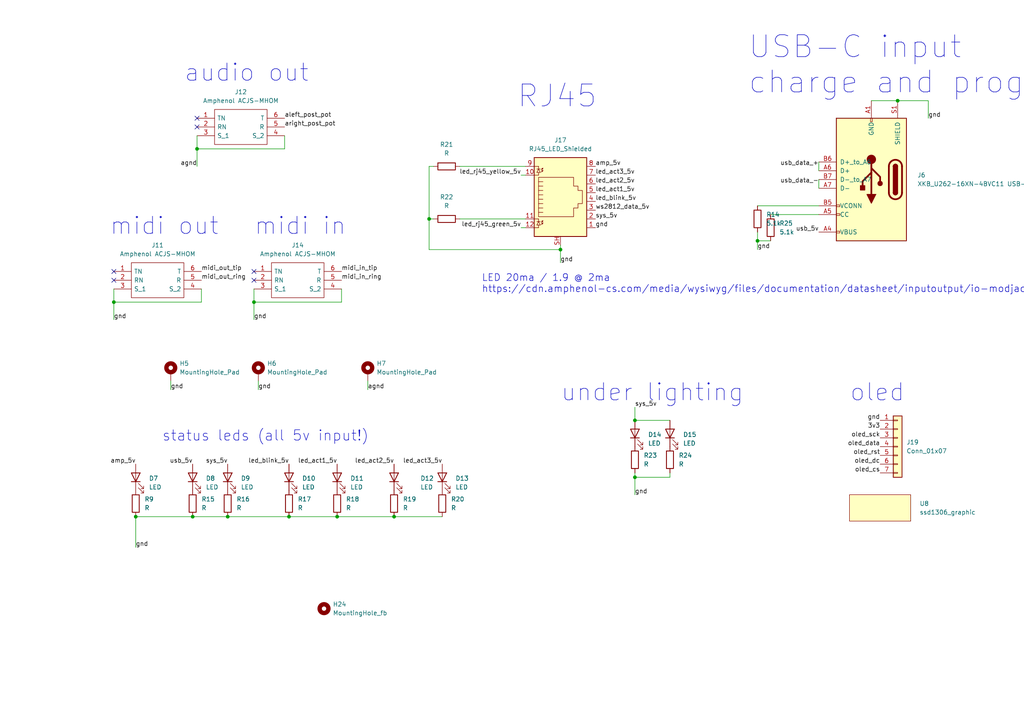
<source format=kicad_sch>
(kicad_sch (version 20211123) (generator eeschema)
  (paper "A4")
  (lib_symbols
    (symbol "Connector:RJ45_LED_Shielded" (pin_names (offset 1.016))
      (property "Reference" "J" (at -5.08 13.97 0))
      (property "Value" "RJ45_LED_Shielded" (at 1.27 13.97 0))
      (symbol "RJ45_LED_Shielded_0_1"
        (polyline (pts (xy -7.62 -7.62) (xy -6.35 -7.62)))
        (polyline (pts (xy -7.62 -5.08) (xy -6.35 -5.08)))
        (polyline (pts (xy -7.62 7.62) (xy -6.35 7.62)))
        (polyline (pts (xy -7.62 10.16) (xy -6.35 10.16)))
        (polyline (pts (xy -6.858 -5.842) (xy -5.842 -5.842)))
        (polyline (pts (xy -6.858 9.398) (xy -5.842 9.398)))
        (polyline (pts (xy -6.35 -7.62) (xy -6.35 -6.858)))
        (polyline (pts (xy -6.35 -5.08) (xy -6.35 -5.842)))
        (polyline (pts (xy -6.35 7.62) (xy -6.35 8.382)))
        (polyline (pts (xy -6.35 10.16) (xy -6.35 9.398)))
        (polyline (pts (xy -5.08 -6.223) (xy -5.207 -6.604)))
        (polyline (pts (xy -5.08 -5.588) (xy -5.207 -5.969)))
        (polyline (pts (xy -5.08 4.445) (xy -6.35 4.445)))
        (polyline (pts (xy -5.08 5.715) (xy -6.35 5.715)))
        (polyline (pts (xy -5.08 9.017) (xy -5.207 8.636)))
        (polyline (pts (xy -5.08 9.652) (xy -5.207 9.271)))
        (polyline (pts (xy -6.35 -3.175) (xy -5.08 -3.175) (xy -5.08 -3.175)))
        (polyline (pts (xy -6.35 -1.905) (xy -5.08 -1.905) (xy -5.08 -1.905)))
        (polyline (pts (xy -6.35 -0.635) (xy -5.08 -0.635) (xy -5.08 -0.635)))
        (polyline (pts (xy -6.35 0.635) (xy -5.08 0.635) (xy -5.08 0.635)))
        (polyline (pts (xy -6.35 1.905) (xy -5.08 1.905) (xy -5.08 1.905)))
        (polyline (pts (xy -5.588 -6.731) (xy -5.08 -6.223) (xy -5.461 -6.35)))
        (polyline (pts (xy -5.588 -6.096) (xy -5.08 -5.588) (xy -5.461 -5.715)))
        (polyline (pts (xy -5.588 8.509) (xy -5.08 9.017) (xy -5.461 8.89)))
        (polyline (pts (xy -5.588 9.144) (xy -5.08 9.652) (xy -5.461 9.525)))
        (polyline (pts (xy -5.08 3.175) (xy -6.35 3.175) (xy -6.35 3.175)))
        (polyline (pts (xy -6.35 -5.842) (xy -6.858 -6.858) (xy -5.842 -6.858) (xy -6.35 -5.842)))
        (polyline (pts (xy -6.35 9.398) (xy -6.858 8.382) (xy -5.842 8.382) (xy -6.35 9.398)))
        (polyline (pts (xy -6.35 -4.445) (xy -6.35 6.985) (xy 3.81 6.985) (xy 3.81 4.445) (xy 5.08 4.445) (xy 5.08 3.175) (xy 6.35 3.175) (xy 6.35 -0.635) (xy 5.08 -0.635) (xy 5.08 -1.905) (xy 3.81 -1.905) (xy 3.81 -4.445) (xy -6.35 -4.445) (xy -6.35 -4.445)))
        (rectangle (start 7.62 12.7) (end -7.62 -10.16) (stroke (width 0.254)) (fill (type background)))
      )
      (symbol "RJ45_LED_Shielded_1_1"
        (pin passive line (at 10.16 -7.62 180) (length 2.54) (name "~") (number "1"))
        (pin passive line (at -10.16 7.62 0) (length 2.54) (name "~") (number "10"))
        (pin passive line (at -10.16 -5.08 0) (length 2.54) (name "~") (number "11"))
        (pin passive line (at -10.16 -7.62 0) (length 2.54) (name "~") (number "12"))
        (pin passive line (at 10.16 -5.08 180) (length 2.54) (name "~") (number "2"))
        (pin passive line (at 10.16 -2.54 180) (length 2.54) (name "~") (number "3"))
        (pin passive line (at 10.16 0 180) (length 2.54) (name "~") (number "4"))
        (pin passive line (at 10.16 2.54 180) (length 2.54) (name "~") (number "5"))
        (pin passive line (at 10.16 5.08 180) (length 2.54) (name "~") (number "6"))
        (pin passive line (at 10.16 7.62 180) (length 2.54) (name "~") (number "7"))
        (pin passive line (at 10.16 10.16 180) (length 2.54) (name "~") (number "8"))
        (pin passive line (at -10.16 10.16 0) (length 2.54) (name "~") (number "9"))
        (pin passive line (at 0 -12.7 90) (length 2.54) (name "~") (number "SH"))
      )
    )
    (symbol "Connector:USB_A" (pin_names (offset 1.016))
      (property "Reference" "J" (at -5.08 11.43 0))
      (property "Value" "USB_A" (at -5.08 8.89 0))
      (symbol "USB_A_0_1"
        (rectangle (start -5.08 -7.62) (end 5.08 7.62) (stroke (width 0.254)) (fill (type background)))
        (circle (center -3.81 2.159) (radius 0.635) (stroke (width 0.254)) (fill (type outline)))
        (rectangle (start -1.524 4.826) (end -4.318 5.334) (fill (type outline)))
        (rectangle (start -1.27 4.572) (end -4.572 5.842))
        (circle (center -0.635 3.429) (radius 0.381) (stroke (width 0.254)) (fill (type outline)))
        (rectangle (start -0.127 -7.62) (end 0.127 -6.858))
        (polyline (pts (xy -3.175 2.159) (xy -2.54 2.159) (xy -1.27 3.429) (xy -0.635 3.429)) (stroke (width 0.254)))
        (polyline (pts (xy -2.54 2.159) (xy -1.905 2.159) (xy -1.27 0.889) (xy 0 0.889)) (stroke (width 0.254)))
        (polyline (pts (xy 0.635 2.794) (xy 0.635 1.524) (xy 1.905 2.159) (xy 0.635 2.794)) (stroke (width 0.254)) (fill (type outline)))
        (rectangle (start 0.254 1.27) (end -0.508 0.508) (stroke (width 0.254)) (fill (type outline)))
        (rectangle (start 5.08 -2.667) (end 4.318 -2.413))
        (rectangle (start 5.08 -0.127) (end 4.318 0.127))
        (rectangle (start 5.08 4.953) (end 4.318 5.207))
      )
      (symbol "USB_A_1_1"
        (polyline (pts (xy -1.905 2.159) (xy 0.635 2.159)) (stroke (width 0.254)))
        (pin power_in line (at 7.62 5.08 180) (length 2.54) (name "VBUS") (number "1"))
        (pin bidirectional line (at 7.62 -2.54 180) (length 2.54) (name "D-") (number "2"))
        (pin bidirectional line (at 7.62 0 180) (length 2.54) (name "D+") (number "3"))
        (pin power_in line (at 0 -10.16 90) (length 2.54) (name "GND") (number "4"))
        (pin passive line (at -2.54 -10.16 90) (length 2.54) (name "Shield") (number "5"))
      )
    )
    (symbol "Connector_Generic:Conn_01x02" (pin_names (offset 1.016) hide)
      (property "Reference" "J" (at 0 2.54 0))
      (property "Value" "Conn_01x02" (at 0 -5.08 0))
      (symbol "Conn_01x02_1_1"
        (rectangle (start -1.27 -2.413) (end 0 -2.667) (stroke (width 0.1524)))
        (rectangle (start -1.27 0.127) (end 0 -0.127) (stroke (width 0.1524)))
        (rectangle (start -1.27 1.27) (end 1.27 -3.81) (stroke (width 0.254)) (fill (type background)))
        (pin passive line (at -5.08 0 0) (length 3.81) (name "Pin_1") (number "1"))
        (pin passive line (at -5.08 -2.54 0) (length 3.81) (name "Pin_2") (number "2"))
      )
    )
    (symbol "Connector_Generic:Conn_01x03" (pin_names (offset 1.016) hide)
      (property "Reference" "J" (at 0 5.08 0))
      (property "Value" "Conn_01x03" (at 0 -5.08 0))
      (symbol "Conn_01x03_1_1"
        (rectangle (start -1.27 -2.413) (end 0 -2.667) (stroke (width 0.1524)))
        (rectangle (start -1.27 0.127) (end 0 -0.127) (stroke (width 0.1524)))
        (rectangle (start -1.27 2.667) (end 0 2.413) (stroke (width 0.1524)))
        (rectangle (start -1.27 3.81) (end 1.27 -3.81) (stroke (width 0.254)) (fill (type background)))
        (pin passive line (at -5.08 2.54 0) (length 3.81) (name "Pin_1") (number "1"))
        (pin passive line (at -5.08 0 0) (length 3.81) (name "Pin_2") (number "2"))
        (pin passive line (at -5.08 -2.54 0) (length 3.81) (name "Pin_3") (number "3"))
      )
    )
    (symbol "Connector_Generic:Conn_01x04" (pin_names (offset 1.016) hide)
      (property "Reference" "J" (at 0 5.08 0))
      (property "Value" "Conn_01x04" (at 0 -7.62 0))
      (symbol "Conn_01x04_1_1"
        (rectangle (start -1.27 -4.953) (end 0 -5.207) (stroke (width 0.1524)))
        (rectangle (start -1.27 -2.413) (end 0 -2.667) (stroke (width 0.1524)))
        (rectangle (start -1.27 0.127) (end 0 -0.127) (stroke (width 0.1524)))
        (rectangle (start -1.27 2.667) (end 0 2.413) (stroke (width 0.1524)))
        (rectangle (start -1.27 3.81) (end 1.27 -6.35) (stroke (width 0.254)) (fill (type background)))
        (pin passive line (at -5.08 2.54 0) (length 3.81) (name "Pin_1") (number "1"))
        (pin passive line (at -5.08 0 0) (length 3.81) (name "Pin_2") (number "2"))
        (pin passive line (at -5.08 -2.54 0) (length 3.81) (name "Pin_3") (number "3"))
        (pin passive line (at -5.08 -5.08 0) (length 3.81) (name "Pin_4") (number "4"))
      )
    )
    (symbol "Connector_Generic:Conn_01x06" (pin_names (offset 1.016) hide)
      (property "Reference" "J" (at 0 7.62 0))
      (property "Value" "Conn_01x06" (at 0 -10.16 0))
      (symbol "Conn_01x06_1_1"
        (rectangle (start -1.27 -7.493) (end 0 -7.747) (stroke (width 0.1524)))
        (rectangle (start -1.27 -4.953) (end 0 -5.207) (stroke (width 0.1524)))
        (rectangle (start -1.27 -2.413) (end 0 -2.667) (stroke (width 0.1524)))
        (rectangle (start -1.27 0.127) (end 0 -0.127) (stroke (width 0.1524)))
        (rectangle (start -1.27 2.667) (end 0 2.413) (stroke (width 0.1524)))
        (rectangle (start -1.27 5.207) (end 0 4.953) (stroke (width 0.1524)))
        (rectangle (start -1.27 6.35) (end 1.27 -8.89) (stroke (width 0.254)) (fill (type background)))
        (pin passive line (at -5.08 5.08 0) (length 3.81) (name "Pin_1") (number "1"))
        (pin passive line (at -5.08 2.54 0) (length 3.81) (name "Pin_2") (number "2"))
        (pin passive line (at -5.08 0 0) (length 3.81) (name "Pin_3") (number "3"))
        (pin passive line (at -5.08 -2.54 0) (length 3.81) (name "Pin_4") (number "4"))
        (pin passive line (at -5.08 -5.08 0) (length 3.81) (name "Pin_5") (number "5"))
        (pin passive line (at -5.08 -7.62 0) (length 3.81) (name "Pin_6") (number "6"))
      )
    )
    (symbol "Connector_Generic:Conn_01x07" (pin_names (offset 1.016) hide)
      (property "Reference" "J" (at 0 10.16 0))
      (property "Value" "Conn_01x07" (at 0 -10.16 0))
      (symbol "Conn_01x07_1_1"
        (rectangle (start -1.27 -7.493) (end 0 -7.747) (stroke (width 0.1524)))
        (rectangle (start -1.27 -4.953) (end 0 -5.207) (stroke (width 0.1524)))
        (rectangle (start -1.27 -2.413) (end 0 -2.667) (stroke (width 0.1524)))
        (rectangle (start -1.27 0.127) (end 0 -0.127) (stroke (width 0.1524)))
        (rectangle (start -1.27 2.667) (end 0 2.413) (stroke (width 0.1524)))
        (rectangle (start -1.27 5.207) (end 0 4.953) (stroke (width 0.1524)))
        (rectangle (start -1.27 7.747) (end 0 7.493) (stroke (width 0.1524)))
        (rectangle (start -1.27 8.89) (end 1.27 -8.89) (stroke (width 0.254)) (fill (type background)))
        (pin passive line (at -5.08 7.62 0) (length 3.81) (name "Pin_1") (number "1"))
        (pin passive line (at -5.08 5.08 0) (length 3.81) (name "Pin_2") (number "2"))
        (pin passive line (at -5.08 2.54 0) (length 3.81) (name "Pin_3") (number "3"))
        (pin passive line (at -5.08 0 0) (length 3.81) (name "Pin_4") (number "4"))
        (pin passive line (at -5.08 -2.54 0) (length 3.81) (name "Pin_5") (number "5"))
        (pin passive line (at -5.08 -5.08 0) (length 3.81) (name "Pin_6") (number "6"))
        (pin passive line (at -5.08 -7.62 0) (length 3.81) (name "Pin_7") (number "7"))
      )
    )
    (symbol "Connector_Generic:Conn_01x08" (pin_names (offset 1.016) hide)
      (property "Reference" "J" (at 0 10.16 0))
      (property "Value" "Conn_01x08" (at 0 -12.7 0))
      (symbol "Conn_01x08_1_1"
        (rectangle (start -1.27 -10.033) (end 0 -10.287) (stroke (width 0.1524)))
        (rectangle (start -1.27 -7.493) (end 0 -7.747) (stroke (width 0.1524)))
        (rectangle (start -1.27 -4.953) (end 0 -5.207) (stroke (width 0.1524)))
        (rectangle (start -1.27 -2.413) (end 0 -2.667) (stroke (width 0.1524)))
        (rectangle (start -1.27 0.127) (end 0 -0.127) (stroke (width 0.1524)))
        (rectangle (start -1.27 2.667) (end 0 2.413) (stroke (width 0.1524)))
        (rectangle (start -1.27 5.207) (end 0 4.953) (stroke (width 0.1524)))
        (rectangle (start -1.27 7.747) (end 0 7.493) (stroke (width 0.1524)))
        (rectangle (start -1.27 8.89) (end 1.27 -11.43) (stroke (width 0.254)) (fill (type background)))
        (pin passive line (at -5.08 7.62 0) (length 3.81) (name "Pin_1") (number "1"))
        (pin passive line (at -5.08 5.08 0) (length 3.81) (name "Pin_2") (number "2"))
        (pin passive line (at -5.08 2.54 0) (length 3.81) (name "Pin_3") (number "3"))
        (pin passive line (at -5.08 0 0) (length 3.81) (name "Pin_4") (number "4"))
        (pin passive line (at -5.08 -2.54 0) (length 3.81) (name "Pin_5") (number "5"))
        (pin passive line (at -5.08 -5.08 0) (length 3.81) (name "Pin_6") (number "6"))
        (pin passive line (at -5.08 -7.62 0) (length 3.81) (name "Pin_7") (number "7"))
        (pin passive line (at -5.08 -10.16 0) (length 3.81) (name "Pin_8") (number "8"))
      )
    )
    (symbol "Connector_Generic:Conn_01x09" (pin_names (offset 1.016) hide)
      (property "Reference" "J" (at 0 12.7 0))
      (property "Value" "Conn_01x09" (at 0 -12.7 0))
      (symbol "Conn_01x09_1_1"
        (rectangle (start -1.27 -10.033) (end 0 -10.287) (stroke (width 0.1524)))
        (rectangle (start -1.27 -7.493) (end 0 -7.747) (stroke (width 0.1524)))
        (rectangle (start -1.27 -4.953) (end 0 -5.207) (stroke (width 0.1524)))
        (rectangle (start -1.27 -2.413) (end 0 -2.667) (stroke (width 0.1524)))
        (rectangle (start -1.27 0.127) (end 0 -0.127) (stroke (width 0.1524)))
        (rectangle (start -1.27 2.667) (end 0 2.413) (stroke (width 0.1524)))
        (rectangle (start -1.27 5.207) (end 0 4.953) (stroke (width 0.1524)))
        (rectangle (start -1.27 7.747) (end 0 7.493) (stroke (width 0.1524)))
        (rectangle (start -1.27 10.287) (end 0 10.033) (stroke (width 0.1524)))
        (rectangle (start -1.27 11.43) (end 1.27 -11.43) (stroke (width 0.254)) (fill (type background)))
        (pin passive line (at -5.08 10.16 0) (length 3.81) (name "Pin_1") (number "1"))
        (pin passive line (at -5.08 7.62 0) (length 3.81) (name "Pin_2") (number "2"))
        (pin passive line (at -5.08 5.08 0) (length 3.81) (name "Pin_3") (number "3"))
        (pin passive line (at -5.08 2.54 0) (length 3.81) (name "Pin_4") (number "4"))
        (pin passive line (at -5.08 0 0) (length 3.81) (name "Pin_5") (number "5"))
        (pin passive line (at -5.08 -2.54 0) (length 3.81) (name "Pin_6") (number "6"))
        (pin passive line (at -5.08 -5.08 0) (length 3.81) (name "Pin_7") (number "7"))
        (pin passive line (at -5.08 -7.62 0) (length 3.81) (name "Pin_8") (number "8"))
        (pin passive line (at -5.08 -10.16 0) (length 3.81) (name "Pin_9") (number "9"))
      )
    )
    (symbol "Connector_Generic:Conn_01x12" (pin_names (offset 1.016) hide)
      (property "Reference" "J" (at 0 15.24 0))
      (property "Value" "Conn_01x12" (at 0 -17.78 0))
      (symbol "Conn_01x12_1_1"
        (rectangle (start -1.27 -15.113) (end 0 -15.367) (stroke (width 0.1524)))
        (rectangle (start -1.27 -12.573) (end 0 -12.827) (stroke (width 0.1524)))
        (rectangle (start -1.27 -10.033) (end 0 -10.287) (stroke (width 0.1524)))
        (rectangle (start -1.27 -7.493) (end 0 -7.747) (stroke (width 0.1524)))
        (rectangle (start -1.27 -4.953) (end 0 -5.207) (stroke (width 0.1524)))
        (rectangle (start -1.27 -2.413) (end 0 -2.667) (stroke (width 0.1524)))
        (rectangle (start -1.27 0.127) (end 0 -0.127) (stroke (width 0.1524)))
        (rectangle (start -1.27 2.667) (end 0 2.413) (stroke (width 0.1524)))
        (rectangle (start -1.27 5.207) (end 0 4.953) (stroke (width 0.1524)))
        (rectangle (start -1.27 7.747) (end 0 7.493) (stroke (width 0.1524)))
        (rectangle (start -1.27 10.287) (end 0 10.033) (stroke (width 0.1524)))
        (rectangle (start -1.27 12.827) (end 0 12.573) (stroke (width 0.1524)))
        (rectangle (start -1.27 13.97) (end 1.27 -16.51) (stroke (width 0.254)) (fill (type background)))
        (pin passive line (at -5.08 12.7 0) (length 3.81) (name "Pin_1") (number "1"))
        (pin passive line (at -5.08 -10.16 0) (length 3.81) (name "Pin_10") (number "10"))
        (pin passive line (at -5.08 -12.7 0) (length 3.81) (name "Pin_11") (number "11"))
        (pin passive line (at -5.08 -15.24 0) (length 3.81) (name "Pin_12") (number "12"))
        (pin passive line (at -5.08 10.16 0) (length 3.81) (name "Pin_2") (number "2"))
        (pin passive line (at -5.08 7.62 0) (length 3.81) (name "Pin_3") (number "3"))
        (pin passive line (at -5.08 5.08 0) (length 3.81) (name "Pin_4") (number "4"))
        (pin passive line (at -5.08 2.54 0) (length 3.81) (name "Pin_5") (number "5"))
        (pin passive line (at -5.08 0 0) (length 3.81) (name "Pin_6") (number "6"))
        (pin passive line (at -5.08 -2.54 0) (length 3.81) (name "Pin_7") (number "7"))
        (pin passive line (at -5.08 -5.08 0) (length 3.81) (name "Pin_8") (number "8"))
        (pin passive line (at -5.08 -7.62 0) (length 3.81) (name "Pin_9") (number "9"))
      )
    )
    (symbol "Device:C" (pin_numbers hide) (pin_names (offset 0.254))
      (property "Reference" "C" (at 0.635 2.54 0))
      (property "Value" "C" (at 0.635 -2.54 0))
      (symbol "C_0_1"
        (polyline (pts (xy -2.032 -0.762) (xy 2.032 -0.762)) (stroke (width 0.508)))
        (polyline (pts (xy -2.032 0.762) (xy 2.032 0.762)) (stroke (width 0.508)))
      )
      (symbol "C_1_1"
        (pin passive line (at 0 3.81 270) (length 2.794) (name "~") (number "1"))
        (pin passive line (at 0 -3.81 90) (length 2.794) (name "~") (number "2"))
      )
    )
    (symbol "Device:LED" (pin_numbers hide) (pin_names (offset 1.016) hide)
      (property "Reference" "D" (at 0 2.54 0))
      (property "Value" "LED" (at 0 -2.54 0))
      (symbol "LED_0_1"
        (polyline (pts (xy -1.27 -1.27) (xy -1.27 1.27)) (stroke (width 0.254)))
        (polyline (pts (xy -1.27 0) (xy 1.27 0)))
        (polyline (pts (xy 1.27 -1.27) (xy 1.27 1.27) (xy -1.27 0) (xy 1.27 -1.27)) (stroke (width 0.254)))
        (polyline (pts (xy -3.048 -0.762) (xy -4.572 -2.286) (xy -3.81 -2.286) (xy -4.572 -2.286) (xy -4.572 -1.524)))
        (polyline (pts (xy -1.778 -0.762) (xy -3.302 -2.286) (xy -2.54 -2.286) (xy -3.302 -2.286) (xy -3.302 -1.524)))
      )
      (symbol "LED_1_1"
        (pin passive line (at -3.81 0 0) (length 2.54) (name "K") (number "1"))
        (pin passive line (at 3.81 0 180) (length 2.54) (name "A") (number "2"))
      )
    )
    (symbol "Device:NetTie_2" (pin_numbers hide) (pin_names (offset 0) hide)
      (property "Reference" "NT" (at 0 1.27 0))
      (property "Value" "NetTie_2" (at 0 -1.27 0))
      (symbol "NetTie_2_0_1"
        (polyline (pts (xy -1.27 0) (xy 1.27 0)) (stroke (width 0.254)))
      )
      (symbol "NetTie_2_1_1"
        (pin passive line (at -2.54 0 0) (length 2.54) (name "1") (number "1"))
        (pin passive line (at 2.54 0 180) (length 2.54) (name "2") (number "2"))
      )
    )
    (symbol "Device:R" (pin_numbers hide) (pin_names (offset 0))
      (property "Reference" "R" (at 2.032 0 90))
      (property "Value" "R" (at 0 0 90))
      (symbol "R_0_1"
        (rectangle (start -1.016 -2.54) (end 1.016 2.54) (stroke (width 0.254)))
      )
      (symbol "R_1_1"
        (pin passive line (at 0 3.81 270) (length 1.27) (name "~") (number "1"))
        (pin passive line (at 0 -3.81 90) (length 1.27) (name "~") (number "2"))
      )
    )
    (symbol "Mechanical:MountingHole" (pin_names (offset 1.016))
      (property "Reference" "H" (at 0 5.08 0))
      (property "Value" "MountingHole" (at 0 3.175 0))
      (symbol "MountingHole_0_1"
        (circle (center 0 0) (radius 1.27) (stroke (width 1.27)))
      )
    )
    (symbol "Mechanical:MountingHole_Pad" (pin_numbers hide) (pin_names (offset 1.016) hide)
      (property "Reference" "H" (at 0 6.35 0))
      (property "Value" "MountingHole_Pad" (at 0 4.445 0))
      (symbol "MountingHole_Pad_0_1"
        (circle (center 0 1.27) (radius 1.27) (stroke (width 1.27)))
      )
      (symbol "MountingHole_Pad_1_1"
        (pin input line (at 0 -2.54 90) (length 2.54) (name "1") (number "1"))
      )
    )
    (symbol "clarinoid2:Amphenol ACJS-MHOM" (pin_names (offset 0.762))
      (property "Reference" "J" (at 21.59 7.62 0))
      (property "Value" "Amphenol ACJS-MHOM" (at 21.59 5.08 0))
      (symbol "Amphenol ACJS-MHOM_0_0"
        (pin passive line (at 0 0 0) (length 5.08) (name "TN") (number "1"))
        (pin passive line (at 0 -2.54 0) (length 5.08) (name "RN") (number "2"))
        (pin passive line (at 0 -5.08 0) (length 5.08) (name "S_1") (number "3"))
        (pin passive line (at 25.4 -5.08 180) (length 5.08) (name "S_2") (number "4"))
        (pin passive line (at 25.4 -2.54 180) (length 5.08) (name "R") (number "5"))
        (pin passive line (at 25.4 0 180) (length 5.08) (name "T") (number "6"))
      )
      (symbol "Amphenol ACJS-MHOM_0_1"
        (polyline (pts (xy 5.08 2.54) (xy 20.32 2.54) (xy 20.32 -7.62) (xy 5.08 -7.62) (xy 5.08 2.54)) (stroke (width 0.1524)))
      )
    )
    (symbol "clarinoid2:Placeholder" (in_bom no)
      (property "Reference" "U" (at 0 0 0))
      (property "Value" "Placeholder" (at 0 -1.27 0))
      (symbol "Placeholder_0_1"
        (rectangle (start -8.89 2.54) (end 8.89 -5.08) (fill (type background)))
      )
    )
    (symbol "clarinoid2:USB_C_Plug_USB2.0" (pin_names (offset 1.016))
      (property "Reference" "P" (at -10.16 19.05 0))
      (property "Value" "USB_C_Plug_USB2.0" (at 12.7 19.05 0))
      (symbol "USB_C_Plug_USB2.0_0_0"
        (rectangle (start -0.254 -17.78) (end 0.254 -16.764))
        (rectangle (start 10.16 7.874) (end 9.144 7.366))
        (rectangle (start 10.16 10.414) (end 9.144 9.906))
        (rectangle (start 10.16 15.494) (end 9.144 14.986))
      )
      (symbol "USB_C_Plug_USB2.0_0_1"
        (rectangle (start -10.16 17.78) (end 10.16 -17.78) (stroke (width 0.254)) (fill (type background)))
        (arc (start -8.89 -3.81) (mid -6.985 -5.715) (end -5.08 -3.81) (stroke (width 0.508)))
        (arc (start -7.62 -3.81) (mid -6.985 -4.445) (end -6.35 -3.81) (stroke (width 0.254)))
        (arc (start -7.62 -3.81) (mid -6.985 -4.445) (end -6.35 -3.81) (stroke (width 0.254)) (fill (type outline)))
        (rectangle (start -7.62 -3.81) (end -6.35 3.81) (stroke (width 0.254)) (fill (type outline)))
        (arc (start -6.35 3.81) (mid -6.985 4.445) (end -7.62 3.81) (stroke (width 0.254)))
        (arc (start -6.35 3.81) (mid -6.985 4.445) (end -7.62 3.81) (stroke (width 0.254)) (fill (type outline)))
        (arc (start -5.08 3.81) (mid -6.985 5.715) (end -8.89 3.81) (stroke (width 0.508)))
        (circle (center -2.54 1.143) (radius 0.635) (stroke (width 0.254)) (fill (type outline)))
        (circle (center 0 -5.842) (radius 1.27) (fill (type outline)))
        (polyline (pts (xy -8.89 -3.81) (xy -8.89 3.81)) (stroke (width 0.508)))
        (polyline (pts (xy -5.08 3.81) (xy -5.08 -3.81)) (stroke (width 0.508)))
        (polyline (pts (xy 0 -5.842) (xy 0 4.318)) (stroke (width 0.508)))
        (polyline (pts (xy 0 -3.302) (xy -2.54 -0.762) (xy -2.54 0.508)) (stroke (width 0.508)))
        (polyline (pts (xy 0 -2.032) (xy 2.54 0.508) (xy 2.54 1.778)) (stroke (width 0.508)))
        (polyline (pts (xy -1.27 4.318) (xy 0 6.858) (xy 1.27 4.318) (xy -1.27 4.318)) (stroke (width 0.254)) (fill (type outline)))
        (rectangle (start 1.905 1.778) (end 3.175 3.048) (stroke (width 0.254)) (fill (type outline)))
      )
      (symbol "USB_C_Plug_USB2.0_1_1"
        (pin passive line (at 0 -22.86 90) (length 5.08) (name "GND") (number "A1"))
        (pin passive line (at 0 -22.86 90) (length 5.08) hide (name "GND") (number "A12"))
        (pin power_out line (at 15.24 15.24 180) (length 5.08) (name "VBUS") (number "A4"))
        (pin bidirectional line (at 15.24 10.16 180) (length 5.08) (name "CC") (number "A5"))
        (pin bidirectional line (at 15.24 -2.54 180) (length 5.08) (name "D+") (number "A6"))
        (pin bidirectional line (at 15.24 2.54 180) (length 5.08) (name "D-") (number "A7"))
        (pin passive line (at 15.24 15.24 180) (length 5.08) hide (name "VBUS") (number "A9"))
        (pin passive line (at 0 -22.86 90) (length 5.08) hide (name "GND") (number "B1"))
        (pin passive line (at 0 -22.86 90) (length 5.08) hide (name "GND") (number "B12"))
        (pin passive line (at 15.24 15.24 180) (length 5.08) hide (name "VBUS") (number "B4"))
        (pin bidirectional line (at 15.24 7.62 180) (length 5.08) (name "VCONN") (number "B5"))
        (pin bidirectional line (at 15.24 -5.08 180) (length 5.08) (name "D+_to_A6") (number "B6"))
        (pin bidirectional line (at 15.24 0 180) (length 5.08) (name "D-_to_A7") (number "B7"))
        (pin passive line (at 15.24 15.24 180) (length 5.08) hide (name "VBUS") (number "B9"))
        (pin passive line (at -7.62 -22.86 90) (length 5.08) (name "SHIELD") (number "S1"))
      )
    )
  )
  (junction (at 420.37 116.84))
  (junction (at 124.46 63.5))
  (junction (at 162.56 72.39))
  (junction (at 83.82 149.86))
  (junction (at 33.02 87.63))
  (junction (at 434.975 116.84))
  (junction (at 97.79 149.86))
  (junction (at 463.55 124.46))
  (junction (at 434.975 124.46))
  (junction (at 55.88 149.86))
  (junction (at 463.55 116.84))
  (junction (at 345.44 63.5))
  (junction (at 448.31 124.46))
  (junction (at 184.15 138.43))
  (junction (at 476.25 116.84))
  (junction (at 219.71 69.85))
  (junction (at 114.3 149.86))
  (junction (at 448.31 116.84))
  (junction (at 260.35 29.21))
  (junction (at 73.66 87.63))
  (junction (at 66.04 149.86))
  (junction (at 57.15 43.18))
  (junction (at 39.37 149.86))
  (junction (at 184.15 121.92))
  (no_connect (at 73.66 78.74))
  (no_connect (at 73.66 81.28))
  (no_connect (at 33.02 81.28))
  (no_connect (at 33.02 78.74))
  (no_connect (at 57.15 36.83))
  (no_connect (at 57.15 34.29))
  (wire (pts (xy 33.02 83.82) (xy 33.02 87.63)))
  (wire (pts (xy 162.56 76.2) (xy 162.56 72.39)))
  (wire (pts (xy 114.3 149.86) (xy 128.27 149.86)))
  (wire (pts (xy 151.13 50.8) (xy 152.4 50.8)))
  (wire (pts (xy 124.46 48.26) (xy 125.73 48.26)))
  (wire (pts (xy 151.13 66.04) (xy 152.4 66.04)))
  (wire (pts (xy 82.55 43.18) (xy 57.15 43.18)))
  (wire (pts (xy 219.71 69.85) (xy 223.52 69.85)))
  (wire (pts (xy 184.15 143.51) (xy 184.15 138.43)))
  (wire (pts (xy 345.44 67.31) (xy 345.44 63.5)))
  (wire (pts (xy 237.49 52.07) (xy 237.49 54.61)))
  (wire (pts (xy 184.15 138.43) (xy 184.15 137.16)))
  (wire (pts (xy 133.35 63.5) (xy 152.4 63.5)))
  (wire (pts (xy 33.02 87.63) (xy 33.02 92.71)))
  (wire (pts (xy 97.79 149.86) (xy 114.3 149.86)))
  (wire (pts (xy 219.71 69.85) (xy 219.71 72.39)))
  (wire (pts (xy 184.15 121.92) (xy 194.31 121.92)))
  (wire (pts (xy 448.31 124.46) (xy 463.55 124.46)))
  (wire (pts (xy 463.55 116.84) (xy 448.31 116.84)))
  (wire (pts (xy 99.06 83.82) (xy 99.06 87.63)))
  (wire (pts (xy 58.42 83.82) (xy 58.42 87.63)))
  (wire (pts (xy 434.975 124.46) (xy 448.31 124.46)))
  (wire (pts (xy 57.15 48.26) (xy 57.15 43.18)))
  (wire (pts (xy 74.93 113.03) (xy 74.93 110.49)))
  (wire (pts (xy 124.46 72.39) (xy 162.56 72.39)))
  (wire (pts (xy 73.66 87.63) (xy 73.66 92.71)))
  (wire (pts (xy 260.35 29.21) (xy 269.24 29.21)))
  (wire (pts (xy 412.75 116.84) (xy 420.37 116.84)))
  (wire (pts (xy 73.66 83.82) (xy 73.66 87.63)))
  (wire (pts (xy 124.46 63.5) (xy 125.73 63.5)))
  (wire (pts (xy 57.15 43.18) (xy 57.15 39.37)))
  (wire (pts (xy 252.73 29.21) (xy 260.35 29.21)))
  (wire (pts (xy 194.31 137.16) (xy 194.31 138.43)))
  (wire (pts (xy 39.37 149.86) (xy 55.88 149.86)))
  (wire (pts (xy 476.25 116.84) (xy 463.55 116.84)))
  (wire (pts (xy 83.82 149.86) (xy 97.79 149.86)))
  (wire (pts (xy 219.71 67.31) (xy 219.71 69.85)))
  (wire (pts (xy 55.88 149.86) (xy 66.04 149.86)))
  (wire (pts (xy 124.46 63.5) (xy 124.46 72.39)))
  (wire (pts (xy 184.15 118.11) (xy 184.15 121.92)))
  (wire (pts (xy 194.31 138.43) (xy 184.15 138.43)))
  (wire (pts (xy 162.56 72.39) (xy 162.56 71.12)))
  (wire (pts (xy 39.37 158.75) (xy 39.37 149.86)))
  (wire (pts (xy 66.04 149.86) (xy 83.82 149.86)))
  (wire (pts (xy 219.71 59.69) (xy 237.49 59.69)))
  (wire (pts (xy 237.49 46.99) (xy 237.49 49.53)))
  (wire (pts (xy 82.55 39.37) (xy 82.55 43.18)))
  (wire (pts (xy 133.35 48.26) (xy 152.4 48.26)))
  (wire (pts (xy 448.31 116.84) (xy 434.975 116.84)))
  (wire (pts (xy 463.55 124.46) (xy 476.25 124.46)))
  (wire (pts (xy 487.68 116.84) (xy 476.25 116.84)))
  (wire (pts (xy 223.52 62.23) (xy 237.49 62.23)))
  (wire (pts (xy 49.53 113.03) (xy 49.53 110.49)))
  (wire (pts (xy 434.975 116.84) (xy 420.37 116.84)))
  (wire (pts (xy 269.24 29.21) (xy 269.24 34.29)))
  (wire (pts (xy 99.06 87.63) (xy 73.66 87.63)))
  (wire (pts (xy 420.37 124.46) (xy 434.975 124.46)))
  (wire (pts (xy 106.68 113.03) (xy 106.68 110.49)))
  (wire (pts (xy 124.46 48.26) (xy 124.46 63.5)))
  (wire (pts (xy 342.9 63.5) (xy 345.44 63.5)))
  (wire (pts (xy 58.42 87.63) (xy 33.02 87.63)))
  (text "audio out" (at 53.34 24.13 0) (effects (font (size 5 5)) (justify left bottom)))
  (text "USB-A host for\nkeyboard (internal)" (at 335.28 36.83 0) (effects (font (size 6.35 6.35)) (justify left bottom)))
  (text "led" (at 398.78 154.94 0) (effects (font (size 5 5)) (justify left bottom)))
  (text "MAIN BOTTOM\n\nadd test points" (at 5.08 -3.81 0) (effects (font (size 5 5) (thickness 1) bold) (justify left bottom)))
  (text "led+midi" (at -40.64 100.33 0) (effects (font (size 5 5)) (justify left bottom)))
  (text "audio" (at -33.02 186.69 0) (effects (font (size 5 5)) (justify left bottom)))
  (text "oled from top" (at -63.5 38.1 0) (effects (font (size 5 5)) (justify left bottom)))
  (text "status leds (all 5v input!)" (at 46.99 128.27 0) (effects (font (size 3 3)) (justify left bottom)))
  (text "to top" (at -48.26 25.4 0) (effects (font (size 5 5) (thickness 1) bold) (justify left bottom)))
  (text "to batt" (at 347.98 102.87 0) (effects (font (size 5 5)) (justify left bottom)))
  (text "pwr+usb" (at -49.53 67.31 0) (effects (font (size 5 5)) (justify left bottom)))
  (text "midi out" (at 31.75 68.58 0) (effects (font (size 5 5)) (justify left bottom)))
  (text "potentiometer header + power" (at 411.48 76.2 0) (effects (font (size 5 5)) (justify left bottom)))
  (text "midi in" (at 73.66 68.58 0) (effects (font (size 5 5)) (justify left bottom)))
  (text "wire" (at 330.2 149.86 0) (effects (font (size 5 5)) (justify left bottom)))
  (text "under lighting" (at 162.56 116.84 0) (effects (font (size 5 5)) (justify left bottom)))
  (text "oled" (at 246.38 116.84 0) (effects (font (size 5 5)) (justify left bottom)))
  (text "buttons" (at -39.37 143.51 0) (effects (font (size 5 5)) (justify left bottom)))
  (text "LED 20ma / 1.9 @ 2ma\nhttps://cdn.amphenol-cs.com/media/wysiwyg/files/documentation/datasheet/inputoutput/io-modjack-rjhse.pdf\n" (at 139.7 85.09 0) (effects (font (size 2 2)) (justify left bottom)))
  (text "RJ45" (at 149.86 31.75 0) (effects (font (size 6.35 6.35)) (justify left bottom)))
  (text "USB-C input\ncharge and program" (at 216.916 27.686 0) (effects (font (size 6.35 6.35)) (justify left bottom)))
  (label "midi_out_tip" (at -30.48 132.08 180))
  (label "btn_x5" (at 342.9 184.15 180))
  (label "midi_in_ring" (at 99.06 81.28 0))
  (label "gnd" (at 172.72 66.04 0))
  (label "usb_host_+" (at -34.29 90.17 180))
  (label "led_blink_5v" (at 400.05 187.96 180))
  (label "led_act1_5v" (at 172.72 55.88 0))
  (label "led_blink_5v" (at -30.48 106.68 180))
  (label "oled_data" (at 255.27 129.54 180))
  (label "ws2812_data_5v" (at -30.48 121.92 180))
  (label "pot_sw1" (at 433.07 106.68 180))
  (label "usb_5v" (at 55.88 134.62 180))
  (label "btn_x7" (at 316.23 161.29 180))
  (label "gnd" (at 73.66 92.71 0))
  (label "oled_dc" (at -35.56 53.34 180))
  (label "gnd" (at 316.23 158.75 180))
  (label "pot_sw2" (at 447.04 97.79 180))
  (label "3v3" (at -35.56 43.18 180))
  (label "btn_x1" (at 342.9 161.29 180))
  (label "3v3" (at -34.29 80.01 180))
  (label "usb_host_-" (at -34.29 92.71 180))
  (label "usb_5v" (at 401.32 170.18 180))
  (label "enc_a" (at 342.9 198.12 180))
  (label "gnd" (at 342.9 181.61 180))
  (label "gnd" (at -34.29 72.39 180))
  (label "usb_host_-" (at 353.06 55.88 0))
  (label "oled_sck" (at -35.56 45.72 180))
  (label "gnd" (at -29.21 147.32 180))
  (label "oled_sck" (at 255.27 127 180))
  (label "usb_data_-" (at 237.49 53.34 180))
  (label "gnd" (at 401.32 196.85 180))
  (label "prg" (at -34.29 74.93 180))
  (label "sys_5v" (at -34.29 77.47 180))
  (label "enc_btn" (at 342.9 195.58 180))
  (label "led_act2_5v" (at 114.3 134.62 180))
  (label "led_act2_5v" (at 172.72 53.34 0))
  (label "aright_post_pot" (at 82.55 36.83 0))
  (label "agnd" (at 106.68 113.03 0))
  (label "aleft_post_pot" (at 447.04 82.55 180))
  (label "sys_5v" (at 492.76 116.84 0))
  (label "led_act3_5v" (at -30.48 114.3 180))
  (label "amp_5v" (at 401.32 165.1 180))
  (label "gnd" (at 39.37 158.75 0))
  (label "led_rj45_yellow_5v" (at -30.48 116.84 180))
  (label "led_act3_5v" (at 172.72 50.8 0))
  (label "usb_data_-" (at -34.29 85.09 180))
  (label "agnd" (at -30.48 190.5 180))
  (label "led_rj45_green_5v" (at 151.13 66.04 180))
  (label "sys_5v" (at 353.06 48.26 0))
  (label "pot_sw2" (at 412.75 116.84 180))
  (label "3v3" (at 255.27 124.46 180))
  (label "btn_x4" (at -29.21 157.48 180))
  (label "usb_data_+" (at -34.29 82.55 180))
  (label "gnd" (at 49.53 113.03 0))
  (label "midi_out_tip" (at 58.42 78.74 0))
  (label "led_rj45_green_5v" (at -30.48 119.38 180))
  (label "led_blink_5v" (at 172.72 58.42 0))
  (label "gnd" (at 316.23 171.45 180))
  (label "btn_x2" (at -29.21 152.4 180))
  (label "gnd" (at 269.24 34.29 0))
  (label "btn_x8" (at 316.23 166.37 180))
  (label "chargeoutp_5v" (at 438.15 106.68 0))
  (label "usb_5v" (at 339.09 110.49 180))
  (label "btn_x8" (at -29.21 167.64 180))
  (label "gnd" (at 219.71 72.39 0))
  (label "midi_in_tip" (at -30.48 127 180))
  (label "usb_data_+" (at 237.49 48.26 180))
  (label "btn_x4" (at 342.9 177.8 180))
  (label "led_act2_5v" (at 401.32 199.39 180))
  (label "gnd" (at 184.15 143.51 0))
  (label "aright_pre_pot" (at 447.04 92.71 180))
  (label "agnd" (at 57.15 48.26 180))
  (label "gnd" (at 342.9 175.26 180))
  (label "btn_x3" (at -29.21 154.94 180))
  (label "sys_5v" (at 339.09 113.03 180))
  (label "chargeoutp_5v" (at 339.09 115.57 180))
  (label "gnd" (at 400.05 185.42 180))
  (label "btn_x3" (at 342.9 172.72 180))
  (label "aleft_pre_pot" (at 447.04 85.09 180))
  (label "oled_rst" (at -35.56 50.8 180))
  (label "gnd" (at 342.9 163.83 180))
  (label "gnd" (at 342.9 170.18 180))
  (label "sys_5v" (at 66.04 134.62 180))
  (label "aleft_pre_pot" (at -30.48 193.04 180))
  (label "enc_btn" (at -29.21 170.18 180))
  (label "gnd" (at 339.09 107.95 180))
  (label "oled_data" (at -35.56 48.26 180))
  (label "gnd" (at 342.9 193.04 180))
  (label "sys_5v" (at 184.15 118.11 0))
  (label "btn_x6" (at 342.9 189.23 180))
  (label "btn_x1" (at -29.21 149.86 180))
  (label "gnd" (at 74.93 113.03 0))
  (label "midi_out_ring" (at -30.48 129.54 180))
  (label "led_act1_5v" (at 401.32 194.31 180))
  (label "enc_b" (at 342.9 200.66 180))
  (label "led_act3_5v" (at 401.32 204.47 180))
  (label "gnd" (at 342.9 186.69 180))
  (label "gnd" (at 255.27 121.92 180))
  (label "oled_cs" (at -35.56 55.88 180))
  (label "btn_x6" (at -29.21 162.56 180))
  (label "oled_dc" (at 255.27 134.62 180))
  (label "gnd" (at 342.9 158.75 180))
  (label "sys_5v" (at 172.72 63.5 0))
  (label "gnd" (at 345.44 67.31 0))
  (label "enc_a" (at -29.21 172.72 180))
  (label "ws2812_data_5v" (at 172.72 60.96 0))
  (label "pot_sw1" (at 447.04 95.25 180))
  (label "led_rj45_yellow_5v" (at 151.13 50.8 180))
  (label "gnd" (at 316.23 163.83 180))
  (label "sys_5v" (at 401.32 175.26 180))
  (label "aright_post_pot" (at 447.04 90.17 180))
  (label "led_act1_5v" (at -30.48 109.22 180))
  (label "btn_x7" (at -29.21 165.1 180))
  (label "midi_out_ring" (at 58.42 81.28 0))
  (label "enc_b" (at -29.21 175.26 180))
  (label "led_act1_5v" (at 97.79 134.62 180))
  (label "amp_5v" (at 39.37 134.62 180))
  (label "gnd" (at 420.37 124.46 270))
  (label "agnd" (at 447.04 87.63 180))
  (label "prg" (at 316.23 173.99 180))
  (label "btn_x2" (at 342.9 166.37 180))
  (label "gnd" (at 401.32 172.72 180))
  (label "led_act2_5v" (at -30.48 111.76 180))
  (label "gnd" (at 401.32 167.64 180))
  (label "midi_in_ring" (at -30.48 124.46 180))
  (label "gnd" (at 162.56 76.2 0))
  (label "oled_cs" (at 255.27 137.16 180))
  (label "gnd" (at 401.32 191.77 180))
  (label "amp_5v" (at 172.72 48.26 0))
  (label "oled_rst" (at 255.27 132.08 180))
  (label "usb_5v" (at 237.49 67.31 180))
  (label "gnd" (at -35.56 40.64 180))
  (label "aleft_post_pot" (at 82.55 34.29 0))
  (label "led_act3_5v" (at 128.27 134.62 180))
  (label "aright_pre_pot" (at -30.48 195.58 180))
  (label "gnd" (at -30.48 104.14 180))
  (label "midi_in_tip" (at 99.06 78.74 0))
  (label "gnd" (at 33.02 92.71 0))
  (label "gnd" (at 401.32 162.56 180))
  (label "gnd" (at 401.32 201.93 180))
  (label "usb_host_+" (at 353.06 53.34 0))
  (label "btn_x5" (at -29.21 160.02 180))
  (label "usb_5v" (at -34.29 87.63 180))
  (label "led_blink_5v" (at 83.82 134.62 180))
  (label "agnd" (at 447.04 80.01 180))
  (symbol (lib_id "Device:R") (at 128.27 146.05 0) (unit 1) (in_bom no)
    (property "Reference" "R20" (at 130.81 144.7799 0) (effects (justify left)))
    (property "Value" "R" (at 130.81 147.3199 0) (effects (justify left)))
    (property "Footprint" "Resistor_THT:R_Axial_DIN0207_L6.3mm_D2.5mm_P10.16mm_Horizontal" (effects hide))
  )
  (symbol (lib_id "Device:C") (at 434.975 120.65 0) (unit 1)
    (property "Reference" "C22" (at 440.055 119.3799 0) (effects (justify left)))
    (property "Value" "22uF" (at 440.055 121.9199 0) (effects (justify left)))
    (property "Footprint" "Capacitor_SMD:C_1206_3216Metric" (effects hide))
    (property "verif" "1" (effects hide))
  )
  (symbol (lib_id "Device:LED") (at 97.79 138.43 90) (unit 1) (in_bom no)
    (property "Reference" "D11" (at 101.6 138.7474 90) (effects (justify right)))
    (property "Value" "LED" (at 101.6 141.2874 90) (effects (justify right)))
    (property "Footprint" "clarinoid2:LED_D5.0mm_withbottomtext" (effects hide))
  )
  (symbol (lib_id "Connector_Generic:Conn_01x07") (at -30.48 48.26 0) (unit 1)
    (property "Reference" "J10" (at -27.94 46.9899 0) (effects (justify left)))
    (property "Value" "Conn_01x07" (at -27.94 49.5299 0) (effects (justify left)))
    (property "Footprint" "Connector_PinSocket_2.54mm:PinSocket_1x07_P2.54mm_Vertical" (effects hide))
  )
  (symbol (lib_id "Connector_Generic:Conn_01x04") (at 321.31 161.29 0) (unit 1)
    (property "Reference" "J7" (at 323.85 161.2899 0) (effects (justify left)))
    (property "Value" "Conn_01x04" (at 323.85 163.8299 0) (effects (justify left)))
    (property "Footprint" "Connector_JST:JST_PH_B4B-PH-K_1x04_P2.00mm_Vertical" (effects hide))
  )
  (symbol (lib_id "Device:C") (at 476.25 120.65 0) (unit 1)
    (property "Reference" "C25" (at 480.695 119.3799 0) (effects (justify left)))
    (property "Value" "0.1uF" (at 480.695 121.9199 0) (effects (justify left)))
    (property "Footprint" "Capacitor_SMD:C_0805_2012Metric" (effects hide))
    (property "LCSC part number" "C49678" (effects hide))
    (property "verif" "1" (effects hide))
    (property "LCSC" "C49678" (effects hide))
  )
  (symbol (lib_id "clarinoid2:Amphenol ACJS-MHOM") (at 73.66 78.74 0) (unit 1) (in_bom no)
    (property "Reference" "J14" (at 86.36 71.12 0))
    (property "Value" "Amphenol ACJS-MHOM" (at 86.36 73.66 0))
    (property "Footprint" "SamacSys_Parts:ACJSMHOM" (effects hide))
    (property "Datasheet" "https://www.amphenol-sine.com/pdf/datasheet/ACJS-MHOM.pdf" (effects hide))
    (property "Description" "Phone Connectors 1/4\"HOR Snap-fit CHASSIS CONN" (effects hide))
    (property "Height" "12.7" (effects hide))
    (property "Mouser Part Number" "523-ACJS-MHOM" (effects hide))
    (property "Mouser Price/Stock" "https://www.mouser.co.uk/ProductDetail/Amphenol-Audio/ACJS-MHOM?qs=t8VhaDIDl4vZ9ROsgrVY0w%3D%3D" (effects hide))
    (property "Manufacturer_Name" "Amphenol" (effects hide))
    (property "Manufacturer_Part_Number" "ACJS-MHOM" (effects hide))
  )
  (symbol (lib_id "Device:R") (at 194.31 133.35 0) (unit 1) (in_bom no)
    (property "Reference" "R24" (at 196.85 132.0799 0) (effects (justify left)))
    (property "Value" "R" (at 196.85 134.6199 0) (effects (justify left)))
    (property "Footprint" "Resistor_THT:R_Axial_DIN0207_L6.3mm_D2.5mm_P10.16mm_Horizontal" (effects hide))
  )
  (symbol (lib_id "Device:LED") (at 128.27 138.43 90) (unit 1) (in_bom no)
    (property "Reference" "D13" (at 132.08 138.7474 90) (effects (justify right)))
    (property "Value" "LED" (at 132.08 141.2874 90) (effects (justify right)))
    (property "Footprint" "clarinoid2:LED_D5.0mm_withbottomtext" (effects hide))
  )
  (symbol (lib_id "Connector_Generic:Conn_01x04") (at 347.98 184.15 0) (unit 1)
    (property "Reference" "J51" (at 350.52 184.1499 0) (effects (justify left)))
    (property "Value" "Conn_01x04" (at 350.52 186.6899 0) (effects (justify left)))
    (property "Footprint" "Connector_JST:JST_PH_B4B-PH-K_1x04_P2.00mm_Vertical" (effects hide))
  )
  (symbol (lib_id "Connector_Generic:Conn_01x06") (at 406.4 196.85 0) (unit 1)
    (property "Reference" "J57" (at 408.94 196.8499 0) (effects (justify left)))
    (property "Value" "Conn_01x06" (at 408.94 199.3899 0) (effects (justify left)))
    (property "Footprint" "Connector_JST:JST_PH_B6B-PH-K_1x06_P2.00mm_Vertical" (effects hide))
  )
  (symbol (lib_id "Device:LED") (at 55.88 138.43 90) (unit 1) (in_bom no)
    (property "Reference" "D8" (at 59.69 138.7474 90) (effects (justify right)))
    (property "Value" "LED" (at 59.69 141.2874 90) (effects (justify right)))
    (property "Footprint" "clarinoid2:LED_D5.0mm_withbottomtext" (effects hide))
  )
  (symbol (lib_id "Connector_Generic:Conn_01x07") (at 260.35 129.54 0) (unit 1)
    (property "Reference" "J19" (at 262.89 128.2699 0) (effects (justify left)))
    (property "Value" "Conn_01x07" (at 262.89 130.8099 0) (effects (justify left)))
    (property "Footprint" "Connector_PinSocket_2.54mm:PinSocket_1x07_P2.54mm_Vertical" (effects hide))
  )
  (symbol (lib_id "clarinoid2:USB_C_Plug_USB2.0") (at 252.73 52.07 180) (unit 1)
    (property "Reference" "J6" (at 266.065 50.7999 0) (effects (justify right)))
    (property "Value" "XKB_U262-16XN-4BVC11 USB-C recept" (at 266.065 53.3399 0) (effects (justify right)))
    (property "Footprint" "clarinoid2:USB_C_Receptacle_XKB_U262-16XN-4BVC11" (effects hide))
    (property "Datasheet" "https://www.usb.org/sites/default/files/documents/usb_type-c.zip" (effects hide))
    (property "LCSC part number" "C319148" (effects hide))
    (property "verif" "1" (effects hide))
    (property "LCSC" "C319148" (effects hide))
  )
  (symbol (lib_id "Device:R") (at 97.79 146.05 0) (unit 1) (in_bom no)
    (property "Reference" "R18" (at 100.33 144.7799 0) (effects (justify left)))
    (property "Value" "R" (at 100.33 147.3199 0) (effects (justify left)))
    (property "Footprint" "Resistor_THT:R_Axial_DIN0207_L6.3mm_D2.5mm_P10.16mm_Horizontal" (effects hide))
  )
  (symbol (lib_id "Device:C") (at 448.31 120.65 0) (unit 1)
    (property "Reference" "C23" (at 453.39 119.3799 0) (effects (justify left)))
    (property "Value" "22uF" (at 453.39 121.9199 0) (effects (justify left)))
    (property "Footprint" "Capacitor_SMD:C_1206_3216Metric" (effects hide))
    (property "verif" "1" (effects hide))
  )
  (symbol (lib_id "Connector_Generic:Conn_01x03") (at -25.4 193.04 0) (unit 1)
    (property "Reference" "J18" (at -22.86 191.7699 0) (effects (justify left)))
    (property "Value" "Conn_01x03" (at -22.86 194.3099 0) (effects (justify left)))
    (property "Footprint" "Connector_PinSocket_2.54mm:PinSocket_1x03_P2.54mm_Vertical" (effects hide))
  )
  (symbol (lib_id "Device:LED") (at 114.3 138.43 90) (unit 1) (in_bom no)
    (property "Reference" "D12" (at 121.92 138.7474 90) (effects (justify right)))
    (property "Value" "LED" (at 121.92 141.2874 90) (effects (justify right)))
    (property "Footprint" "clarinoid2:LED_D5.0mm_withbottomtext" (effects hide))
  )
  (symbol (lib_id "clarinoid2:Amphenol ACJS-MHOM") (at 33.02 78.74 0) (unit 1) (in_bom no)
    (property "Reference" "J11" (at 45.72 71.12 0))
    (property "Value" "Amphenol ACJS-MHOM" (at 45.72 73.66 0))
    (property "Footprint" "SamacSys_Parts:ACJSMHOM" (effects hide))
    (property "Datasheet" "https://www.amphenol-sine.com/pdf/datasheet/ACJS-MHOM.pdf" (effects hide))
    (property "Description" "Phone Connectors 1/4\"HOR Snap-fit CHASSIS CONN" (effects hide))
    (property "Height" "12.7" (effects hide))
    (property "Mouser Part Number" "523-ACJS-MHOM" (effects hide))
    (property "Mouser Price/Stock" "https://www.mouser.co.uk/ProductDetail/Amphenol-Audio/ACJS-MHOM?qs=t8VhaDIDl4vZ9ROsgrVY0w%3D%3D" (effects hide))
    (property "Manufacturer_Name" "Amphenol" (effects hide))
    (property "Manufacturer_Part_Number" "ACJS-MHOM" (effects hide))
  )
  (symbol (lib_id "Connector_Generic:Conn_01x12") (at -24.13 160.02 0) (unit 1)
    (property "Reference" "J16" (at -21.59 160.0199 0) (effects (justify left)))
    (property "Value" "Conn_01x12" (at -21.59 162.5599 0) (effects (justify left)))
    (property "Footprint" "Connector_PinSocket_2.54mm:PinSocket_1x12_P2.54mm_Vertical" (effects hide))
  )
  (symbol (lib_id "Device:LED") (at 83.82 138.43 90) (unit 1) (in_bom no)
    (property "Reference" "D10" (at 87.63 138.7474 90) (effects (justify right)))
    (property "Value" "LED" (at 87.63 141.2874 90) (effects (justify right)))
    (property "Footprint" "clarinoid2:LED_D5.0mm_withbottomtext" (effects hide))
  )
  (symbol (lib_id "Connector_Generic:Conn_01x04") (at 347.98 161.29 0) (unit 1)
    (property "Reference" "J49" (at 350.52 161.2899 0) (effects (justify left)))
    (property "Value" "Conn_01x04" (at 350.52 163.8299 0) (effects (justify left)))
    (property "Footprint" "Connector_JST:JST_PH_B4B-PH-K_1x04_P2.00mm_Vertical" (effects hide))
  )
  (symbol (lib_id "Device:NetTie_2") (at 490.22 116.84 0) (unit 1)
    (property "Reference" "NT5" (at 490.22 111.76 0))
    (property "Value" "NetTie_2" (at 490.22 114.3 0))
    (property "Footprint" "clarinoid2:NetTie-2_SMD_Pad1.0mm" (effects hide))
  )
  (symbol (lib_id "clarinoid2:Amphenol ACJS-MHOM") (at 57.15 34.29 0) (unit 1) (in_bom no)
    (property "Reference" "J12" (at 69.85 26.67 0))
    (property "Value" "Amphenol ACJS-MHOM" (at 69.85 29.21 0))
    (property "Footprint" "SamacSys_Parts:ACJSMHOM" (effects hide))
    (property "Datasheet" "https://www.amphenol-sine.com/pdf/datasheet/ACJS-MHOM.pdf" (effects hide))
    (property "Description" "Phone Connectors 1/4\"HOR Snap-fit CHASSIS CONN" (effects hide))
    (property "Height" "12.7" (effects hide))
    (property "Mouser Part Number" "523-ACJS-MHOM" (effects hide))
    (property "Mouser Price/Stock" "https://www.mouser.co.uk/ProductDetail/Amphenol-Audio/ACJS-MHOM?qs=t8VhaDIDl4vZ9ROsgrVY0w%3D%3D" (effects hide))
    (property "Manufacturer_Name" "Amphenol" (effects hide))
    (property "Manufacturer_Part_Number" "ACJS-MHOM" (effects hide))
  )
  (symbol (lib_id "Connector_Generic:Conn_01x09") (at -29.21 82.55 0) (unit 1)
    (property "Reference" "J13" (at -25.4 81.2799 0) (effects (justify left)))
    (property "Value" "Conn_01x09" (at -25.4 83.8199 0) (effects (justify left)))
    (property "Footprint" "Connector_PinSocket_2.54mm:PinSocket_1x09_P2.54mm_Vertical" (effects hide))
  )
  (symbol (lib_id "Device:R") (at 219.71 63.5 180) (unit 1)
    (property "Reference" "R14" (at 222.25 62.2299 0) (effects (justify right)))
    (property "Value" "5.1k" (at 222.25 64.7699 0) (effects (justify right)))
    (property "Footprint" "Resistor_SMD:R_1206_3216Metric" (effects hide))
    (property "LCSC part number" "C26033" (effects hide))
    (property "verif" "1" (effects hide))
    (property "LCSC" "C26033" (effects hide))
  )
  (symbol (lib_id "Connector:RJ45_LED_Shielded") (at 162.56 58.42 0) (unit 1)
    (property "Reference" "J17" (at 162.56 40.64 0))
    (property "Value" "RJ45_LED_Shielded" (at 162.56 43.18 0))
    (property "Footprint" "Connector_RJ:RJ45_Amphenol_RJHSE538X" (effects hide))
  )
  (symbol (lib_id "Connector_Generic:Conn_01x06") (at 406.4 167.64 0) (unit 1)
    (property "Reference" "J22" (at 408.94 167.6399 0) (effects (justify left)))
    (property "Value" "Conn_01x06" (at 408.94 170.1799 0) (effects (justify left)))
    (property "Footprint" "Connector_JST:JST_PH_B6B-PH-K_1x06_P2.00mm_Vertical" (effects hide))
  )
  (symbol (lib_id "Connector_Generic:Conn_01x04") (at 347.98 172.72 0) (unit 1)
    (property "Reference" "J50" (at 350.52 172.7199 0) (effects (justify left)))
    (property "Value" "Conn_01x04" (at 350.52 175.2599 0) (effects (justify left)))
    (property "Footprint" "Connector_JST:JST_PH_B4B-PH-K_1x04_P2.00mm_Vertical" (effects hide))
  )
  (symbol (lib_id "Device:R") (at 129.54 48.26 90) (unit 1) (in_bom no)
    (property "Reference" "R21" (at 129.54 41.91 90))
    (property "Value" "R" (at 129.54 44.45 90))
    (property "Footprint" "Resistor_THT:R_Axial_DIN0207_L6.3mm_D2.5mm_P10.16mm_Horizontal" (effects hide))
  )
  (symbol (lib_id "Connector_Generic:Conn_01x04") (at 344.17 110.49 0) (unit 1)
    (property "Reference" "J8" (at 346.71 109.2199 0) (effects (justify left)))
    (property "Value" "Conn_01x04" (at 346.71 111.7599 0) (effects (justify left)))
    (property "Footprint" "Connector_JST:JST_PH_B4B-PH-K_1x04_P2.00mm_Vertical" (effects hide))
  )
  (symbol (lib_id "Connector:USB_A") (at 345.44 53.34 0) (unit 1)
    (property "Reference" "J32" (at 345.44 40.64 0))
    (property "Value" "USB_A" (at 345.44 43.18 0))
    (property "Footprint" "Connector_JST:JST_PH_B5B-PH-K_1x05_P2.00mm_Vertical" (effects hide))
    (property "Datasheet" " ~" (effects hide))
  )
  (symbol (lib_id "Device:C") (at 420.37 120.65 0) (unit 1)
    (property "Reference" "C21" (at 425.45 119.3799 0) (effects (justify left)))
    (property "Value" "22uF" (at 425.45 121.9199 0) (effects (justify left)))
    (property "Footprint" "Capacitor_SMD:C_1206_3216Metric" (effects hide))
    (property "verif" "1" (effects hide))
  )
  (symbol (lib_id "Device:R") (at 114.3 146.05 0) (unit 1) (in_bom no)
    (property "Reference" "R19" (at 116.84 144.7799 0) (effects (justify left)))
    (property "Value" "R" (at 116.84 147.3199 0) (effects (justify left)))
    (property "Footprint" "Resistor_THT:R_Axial_DIN0207_L6.3mm_D2.5mm_P10.16mm_Horizontal" (effects hide))
  )
  (symbol (lib_id "Mechanical:MountingHole") (at 93.98 176.53 0) (unit 1)
    (property "Reference" "H24" (at 96.52 175.2599 0) (effects (justify left)))
    (property "Value" "MountingHole_fb" (at 96.52 177.7999 0) (effects (justify left)))
    (property "Footprint" "MountingHole:MountingHole_5.3mm_M5" (effects hide))
  )
  (symbol (lib_id "Device:R") (at 55.88 146.05 0) (unit 1) (in_bom no)
    (property "Reference" "R15" (at 58.42 144.7799 0) (effects (justify left)))
    (property "Value" "R" (at 58.42 147.3199 0) (effects (justify left)))
    (property "Footprint" "Resistor_THT:R_Axial_DIN0207_L6.3mm_D2.5mm_P10.16mm_Horizontal" (effects hide))
  )
  (symbol (lib_id "Device:LED") (at 184.15 125.73 90) (unit 1) (in_bom no)
    (property "Reference" "D14" (at 187.96 126.0474 90) (effects (justify right)))
    (property "Value" "LED" (at 187.96 128.5874 90) (effects (justify right)))
    (property "Footprint" "clarinoid2:LED_D5.0mm_withbottomtext" (effects hide))
  )
  (symbol (lib_id "Connector_Generic:Conn_01x02") (at 321.31 171.45 0) (unit 1)
    (property "Reference" "J9" (at 323.85 171.4499 0) (effects (justify left)))
    (property "Value" "Conn_01x02" (at 323.85 173.9899 0) (effects (justify left)))
    (property "Footprint" "Connector_JST:JST_PH_B2B-PH-K_1x02_P2.00mm_Vertical" (effects hide))
  )
  (symbol (lib_id "Mechanical:MountingHole_Pad") (at 106.68 107.95 0) (unit 1) (in_bom no)
    (property "Reference" "H7" (at 109.22 105.4099 0) (effects (justify left)))
    (property "Value" "MountingHole_Pad" (at 109.22 107.9499 0) (effects (justify left)))
    (property "Footprint" "MountingHole:MountingHole_3.2mm_M3_Pad_Via" (effects hide))
  )
  (symbol (lib_id "Mechanical:MountingHole_Pad") (at 74.93 107.95 0) (unit 1) (in_bom no)
    (property "Reference" "H6" (at 77.47 105.4099 0) (effects (justify left)))
    (property "Value" "MountingHole_Pad" (at 77.47 107.9499 0) (effects (justify left)))
    (property "Footprint" "MountingHole:MountingHole_3.2mm_M3_Pad_Via" (effects hide))
  )
  (symbol (lib_id "Connector_Generic:Conn_01x12") (at -25.4 116.84 0) (unit 1)
    (property "Reference" "J15" (at -22.86 115.5699 0) (effects (justify left)))
    (property "Value" "Conn_01x12" (at -22.86 118.1099 0) (effects (justify left)))
    (property "Footprint" "Connector_PinSocket_2.54mm:PinSocket_1x12_P2.54mm_Vertical" (effects hide))
  )
  (symbol (lib_id "Device:R") (at 66.04 146.05 0) (unit 1) (in_bom no)
    (property "Reference" "R16" (at 68.58 144.7799 0) (effects (justify left)))
    (property "Value" "R" (at 68.58 147.3199 0) (effects (justify left)))
    (property "Footprint" "Resistor_THT:R_Axial_DIN0207_L6.3mm_D2.5mm_P10.16mm_Horizontal" (effects hide))
  )
  (symbol (lib_id "Device:R") (at 39.37 146.05 0) (unit 1) (in_bom no)
    (property "Reference" "R9" (at 41.91 144.7799 0) (effects (justify left)))
    (property "Value" "R" (at 41.91 147.3199 0) (effects (justify left)))
    (property "Footprint" "Resistor_THT:R_Axial_DIN0207_L6.3mm_D2.5mm_P10.16mm_Horizontal" (effects hide))
  )
  (symbol (lib_id "Device:R") (at 184.15 133.35 0) (unit 1) (in_bom no)
    (property "Reference" "R23" (at 186.69 132.0799 0) (effects (justify left)))
    (property "Value" "R" (at 186.69 134.6199 0) (effects (justify left)))
    (property "Footprint" "Resistor_THT:R_Axial_DIN0207_L6.3mm_D2.5mm_P10.16mm_Horizontal" (effects hide))
  )
  (symbol (lib_id "Device:LED") (at 39.37 138.43 90) (unit 1) (in_bom no)
    (property "Reference" "D7" (at 43.18 138.7474 90) (effects (justify right)))
    (property "Value" "LED" (at 43.18 141.2874 90) (effects (justify right)))
    (property "Footprint" "clarinoid2:LED_D5.0mm_withbottomtext" (effects hide))
  )
  (symbol (lib_id "Connector_Generic:Conn_01x08") (at 452.12 87.63 0) (unit 1)
    (property "Reference" "J33" (at 454.66 86.3599 0) (effects (justify left)))
    (property "Value" "Conn_01x08" (at 454.66 88.8999 0) (effects (justify left)))
    (property "Footprint" "Connector_JST:JST_PH_B8B-PH-K_1x08_P2.00mm_Vertical" (effects hide))
  )
  (symbol (lib_id "Device:R") (at 129.54 63.5 90) (unit 1) (in_bom no)
    (property "Reference" "R22" (at 129.54 57.15 90))
    (property "Value" "R" (at 129.54 59.69 90))
    (property "Footprint" "Resistor_THT:R_Axial_DIN0207_L6.3mm_D2.5mm_P10.16mm_Horizontal" (effects hide))
  )
  (symbol (lib_id "Device:LED") (at 66.04 138.43 90) (unit 1) (in_bom no)
    (property "Reference" "D9" (at 69.85 138.7474 90) (effects (justify right)))
    (property "Value" "LED" (at 69.85 141.2874 90) (effects (justify right)))
    (property "Footprint" "clarinoid2:LED_D5.0mm_withbottomtext" (effects hide))
  )
  (symbol (lib_id "Connector_Generic:Conn_01x02") (at 405.13 185.42 0) (unit 1)
    (property "Reference" "J56" (at 407.67 185.4199 0) (effects (justify left)))
    (property "Value" "Conn_01x02" (at 407.67 187.9599 0) (effects (justify left)))
    (property "Footprint" "Connector_JST:JST_PH_B2B-PH-K_1x02_P2.00mm_Vertical" (effects hide))
  )
  (symbol (lib_id "Connector_Generic:Conn_01x04") (at 347.98 195.58 0) (unit 1)
    (property "Reference" "J52" (at 350.52 195.5799 0) (effects (justify left)))
    (property "Value" "Conn_01x04" (at 350.52 198.1199 0) (effects (justify left)))
    (property "Footprint" "Connector_JST:JST_PH_B4B-PH-K_1x04_P2.00mm_Vertical" (effects hide))
  )
  (symbol (lib_id "Device:LED") (at 194.31 125.73 90) (unit 1) (in_bom no)
    (property "Reference" "D15" (at 198.12 126.0474 90) (effects (justify right)))
    (property "Value" "LED" (at 198.12 128.5874 90) (effects (justify right)))
    (property "Footprint" "clarinoid2:LED_D5.0mm_withbottomtext" (effects hide))
  )
  (symbol (lib_id "Device:C") (at 463.55 120.65 0) (unit 1)
    (property "Reference" "C24" (at 468.63 119.3799 0) (effects (justify left)))
    (property "Value" "22uF" (at 468.63 121.9199 0) (effects (justify left)))
    (property "Footprint" "Capacitor_SMD:C_1206_3216Metric" (effects hide))
    (property "verif" "1" (effects hide))
  )
  (symbol (lib_id "Mechanical:MountingHole_Pad") (at 49.53 107.95 0) (unit 1) (in_bom no)
    (property "Reference" "H5" (at 52.07 105.4099 0) (effects (justify left)))
    (property "Value" "MountingHole_Pad" (at 52.07 107.9499 0) (effects (justify left)))
    (property "Footprint" "MountingHole:MountingHole_3.2mm_M3_Pad_Via" (effects hide))
  )
  (symbol (lib_id "Device:R") (at 223.52 66.04 180) (unit 1)
    (property "Reference" "R25" (at 226.06 64.7699 0) (effects (justify right)))
    (property "Value" "5.1k" (at 226.06 67.3099 0) (effects (justify right)))
    (property "Footprint" "Resistor_SMD:R_1206_3216Metric" (effects hide))
    (property "LCSC part number" "C26033" (effects hide))
    (property "verif" "1" (effects hide))
    (property "LCSC" "C26033" (effects hide))
  )
  (symbol (lib_id "Device:R") (at 83.82 146.05 0) (unit 1) (in_bom no)
    (property "Reference" "R17" (at 86.36 144.7799 0) (effects (justify left)))
    (property "Value" "R" (at 86.36 147.3199 0) (effects (justify left)))
    (property "Footprint" "Resistor_THT:R_Axial_DIN0207_L6.3mm_D2.5mm_P10.16mm_Horizontal" (effects hide))
  )
  (symbol (lib_id "clarinoid2:Placeholder") (at 255.27 146.05 0) (unit 1) (in_bom no)
    (property "Reference" "U8" (at 266.7 146.0499 0) (effects (justify left)))
    (property "Value" "ssd1306_graphic" (at 266.7 148.5899 0) (effects (justify left)))
    (property "Footprint" "clarinoid2:SSD1306_128x64_approximate" (effects hide))
    (property "verif" "1" (effects hide))
  )
  (symbol (lib_id "Device:NetTie_2") (at 435.61 106.68 0) (unit 1)
    (property "Reference" "NT4" (at 435.61 101.6 0))
    (property "Value" "NetTie_2" (at 435.61 104.14 0))
    (property "Footprint" "clarinoid2:NetTie-2_SMD_Pad1.0mm" (effects hide))
  )
)
</source>
